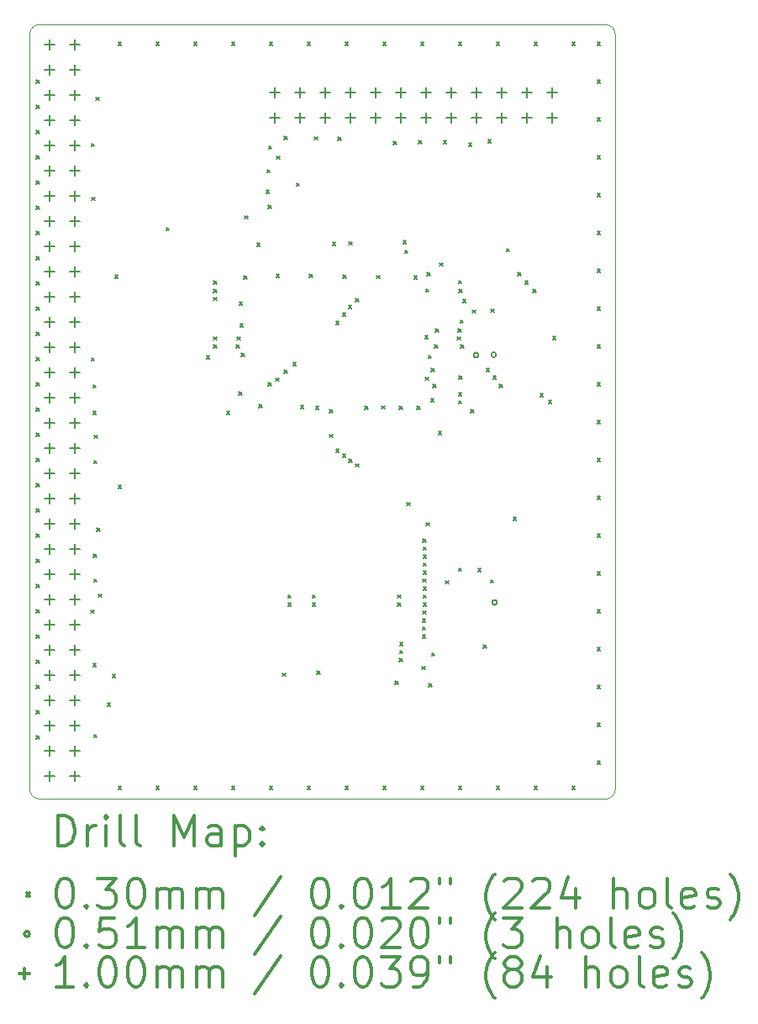
<source format=gbr>
%FSLAX45Y45*%
G04 Gerber Fmt 4.5, Leading zero omitted, Abs format (unit mm)*
G04 Created by KiCad (PCBNEW 5.1.5+dfsg1-2build2) date 2023-06-17 11:27:24*
%MOMM*%
%LPD*%
G04 APERTURE LIST*
%TA.AperFunction,Profile*%
%ADD10C,0.050000*%
%TD*%
%ADD11C,0.200000*%
%ADD12C,0.300000*%
G04 APERTURE END LIST*
D10*
X9100000Y-11800000D02*
G75*
G02X9000000Y-11700000I0J100000D01*
G01*
X14900000Y-11700000D02*
G75*
G02X14800000Y-11800000I-100000J0D01*
G01*
X14800000Y-4000000D02*
G75*
G02X14900000Y-4100000I0J-100000D01*
G01*
X9000000Y-4100000D02*
G75*
G02X9100000Y-4000000I100000J0D01*
G01*
X9000000Y-11700000D02*
X9000000Y-4100000D01*
X14800000Y-11800000D02*
X9100000Y-11800000D01*
X14900000Y-4100000D02*
X14900000Y-11700000D01*
X9100000Y-4000000D02*
X14800000Y-4000000D01*
D11*
X9065500Y-4557000D02*
X9095500Y-4587000D01*
X9095500Y-4557000D02*
X9065500Y-4587000D01*
X9065500Y-4811000D02*
X9095500Y-4841000D01*
X9095500Y-4811000D02*
X9065500Y-4841000D01*
X9065500Y-5065000D02*
X9095500Y-5095000D01*
X9095500Y-5065000D02*
X9065500Y-5095000D01*
X9065500Y-5319000D02*
X9095500Y-5349000D01*
X9095500Y-5319000D02*
X9065500Y-5349000D01*
X9065500Y-5573000D02*
X9095500Y-5603000D01*
X9095500Y-5573000D02*
X9065500Y-5603000D01*
X9065500Y-5827000D02*
X9095500Y-5857000D01*
X9095500Y-5827000D02*
X9065500Y-5857000D01*
X9065500Y-6081000D02*
X9095500Y-6111000D01*
X9095500Y-6081000D02*
X9065500Y-6111000D01*
X9065500Y-6335000D02*
X9095500Y-6365000D01*
X9095500Y-6335000D02*
X9065500Y-6365000D01*
X9065500Y-6589000D02*
X9095500Y-6619000D01*
X9095500Y-6589000D02*
X9065500Y-6619000D01*
X9065500Y-6843000D02*
X9095500Y-6873000D01*
X9095500Y-6843000D02*
X9065500Y-6873000D01*
X9065500Y-7097000D02*
X9095500Y-7127000D01*
X9095500Y-7097000D02*
X9065500Y-7127000D01*
X9065500Y-7351000D02*
X9095500Y-7381000D01*
X9095500Y-7351000D02*
X9065500Y-7381000D01*
X9065500Y-7605000D02*
X9095500Y-7635000D01*
X9095500Y-7605000D02*
X9065500Y-7635000D01*
X9065500Y-7859000D02*
X9095500Y-7889000D01*
X9095500Y-7859000D02*
X9065500Y-7889000D01*
X9065500Y-8113000D02*
X9095500Y-8143000D01*
X9095500Y-8113000D02*
X9065500Y-8143000D01*
X9065500Y-8367000D02*
X9095500Y-8397000D01*
X9095500Y-8367000D02*
X9065500Y-8397000D01*
X9065500Y-8621000D02*
X9095500Y-8651000D01*
X9095500Y-8621000D02*
X9065500Y-8651000D01*
X9065500Y-8875000D02*
X9095500Y-8905000D01*
X9095500Y-8875000D02*
X9065500Y-8905000D01*
X9065500Y-9129000D02*
X9095500Y-9159000D01*
X9095500Y-9129000D02*
X9065500Y-9159000D01*
X9065500Y-9383000D02*
X9095500Y-9413000D01*
X9095500Y-9383000D02*
X9065500Y-9413000D01*
X9065500Y-9637000D02*
X9095500Y-9667000D01*
X9095500Y-9637000D02*
X9065500Y-9667000D01*
X9065500Y-9891000D02*
X9095500Y-9921000D01*
X9095500Y-9891000D02*
X9065500Y-9921000D01*
X9065500Y-10145000D02*
X9095500Y-10175000D01*
X9095500Y-10145000D02*
X9065500Y-10175000D01*
X9065500Y-10399000D02*
X9095500Y-10429000D01*
X9095500Y-10399000D02*
X9065500Y-10429000D01*
X9065500Y-10653000D02*
X9095500Y-10683000D01*
X9095500Y-10653000D02*
X9065500Y-10683000D01*
X9065500Y-10907000D02*
X9095500Y-10937000D01*
X9095500Y-10907000D02*
X9065500Y-10937000D01*
X9065500Y-11161000D02*
X9095500Y-11191000D01*
X9095500Y-11161000D02*
X9065500Y-11191000D01*
X9615000Y-9897000D02*
X9645000Y-9927000D01*
X9645000Y-9897000D02*
X9615000Y-9927000D01*
X9622000Y-7357000D02*
X9652000Y-7387000D01*
X9652000Y-7357000D02*
X9622000Y-7387000D01*
X9623000Y-5197000D02*
X9653000Y-5227000D01*
X9653000Y-5197000D02*
X9623000Y-5227000D01*
X9624000Y-5739000D02*
X9654000Y-5769000D01*
X9654000Y-5739000D02*
X9624000Y-5769000D01*
X9637000Y-7629000D02*
X9667000Y-7659000D01*
X9667000Y-7629000D02*
X9637000Y-7659000D01*
X9638000Y-7896000D02*
X9668000Y-7926000D01*
X9668000Y-7896000D02*
X9638000Y-7926000D01*
X9638000Y-10433000D02*
X9668000Y-10463000D01*
X9668000Y-10433000D02*
X9638000Y-10463000D01*
X9641000Y-9335000D02*
X9671000Y-9365000D01*
X9671000Y-9335000D02*
X9641000Y-9365000D01*
X9645000Y-9583000D02*
X9675000Y-9613000D01*
X9675000Y-9583000D02*
X9645000Y-9613000D01*
X9647000Y-8390000D02*
X9677000Y-8420000D01*
X9677000Y-8390000D02*
X9647000Y-8420000D01*
X9647000Y-11152000D02*
X9677000Y-11182000D01*
X9677000Y-11152000D02*
X9647000Y-11182000D01*
X9651000Y-8136000D02*
X9681000Y-8166000D01*
X9681000Y-8136000D02*
X9651000Y-8166000D01*
X9670000Y-4731000D02*
X9700000Y-4761000D01*
X9700000Y-4731000D02*
X9670000Y-4761000D01*
X9677000Y-9073000D02*
X9707000Y-9103000D01*
X9707000Y-9073000D02*
X9677000Y-9103000D01*
X9691000Y-9736000D02*
X9721000Y-9766000D01*
X9721000Y-9736000D02*
X9691000Y-9766000D01*
X9781000Y-10833000D02*
X9811000Y-10863000D01*
X9811000Y-10833000D02*
X9781000Y-10863000D01*
X9834000Y-10547000D02*
X9864000Y-10577000D01*
X9864000Y-10547000D02*
X9834000Y-10577000D01*
X9857000Y-6522000D02*
X9887000Y-6552000D01*
X9887000Y-6522000D02*
X9857000Y-6552000D01*
X9891000Y-4176000D02*
X9921000Y-4206000D01*
X9921000Y-4176000D02*
X9891000Y-4206000D01*
X9891000Y-8638000D02*
X9921000Y-8668000D01*
X9921000Y-8638000D02*
X9891000Y-8668000D01*
X9891000Y-11669000D02*
X9921000Y-11699000D01*
X9921000Y-11669000D02*
X9891000Y-11699000D01*
X10272000Y-4176000D02*
X10302000Y-4206000D01*
X10302000Y-4176000D02*
X10272000Y-4206000D01*
X10272000Y-11669000D02*
X10302000Y-11699000D01*
X10302000Y-11669000D02*
X10272000Y-11699000D01*
X10375000Y-6046000D02*
X10405000Y-6076000D01*
X10405000Y-6046000D02*
X10375000Y-6076000D01*
X10653000Y-4176000D02*
X10683000Y-4206000D01*
X10683000Y-4176000D02*
X10653000Y-4206000D01*
X10653000Y-11669000D02*
X10683000Y-11699000D01*
X10683000Y-11669000D02*
X10653000Y-11699000D01*
X10782000Y-7335000D02*
X10812000Y-7365000D01*
X10812000Y-7335000D02*
X10782000Y-7365000D01*
X10851000Y-6667000D02*
X10881000Y-6697000D01*
X10881000Y-6667000D02*
X10851000Y-6697000D01*
X10852000Y-6748000D02*
X10882000Y-6778000D01*
X10882000Y-6748000D02*
X10852000Y-6778000D01*
X10852000Y-7145000D02*
X10882000Y-7175000D01*
X10882000Y-7145000D02*
X10852000Y-7175000D01*
X10852000Y-7225000D02*
X10882000Y-7255000D01*
X10882000Y-7225000D02*
X10852000Y-7255000D01*
X10853168Y-6580778D02*
X10883168Y-6610778D01*
X10883168Y-6580778D02*
X10853168Y-6610778D01*
X10985000Y-7894000D02*
X11015000Y-7924000D01*
X11015000Y-7894000D02*
X10985000Y-7924000D01*
X11034000Y-4176000D02*
X11064000Y-4206000D01*
X11064000Y-4176000D02*
X11034000Y-4206000D01*
X11034000Y-11669000D02*
X11064000Y-11699000D01*
X11064000Y-11669000D02*
X11034000Y-11699000D01*
X11083000Y-7226000D02*
X11113000Y-7256000D01*
X11113000Y-7226000D02*
X11083000Y-7256000D01*
X11089000Y-7144000D02*
X11119000Y-7174000D01*
X11119000Y-7144000D02*
X11089000Y-7174000D01*
X11105000Y-7701000D02*
X11135000Y-7731000D01*
X11135000Y-7701000D02*
X11105000Y-7731000D01*
X11113000Y-6793000D02*
X11143000Y-6823000D01*
X11143000Y-6793000D02*
X11113000Y-6823000D01*
X11118000Y-7015000D02*
X11148000Y-7045000D01*
X11148000Y-7015000D02*
X11118000Y-7045000D01*
X11131000Y-7310000D02*
X11161000Y-7340000D01*
X11161000Y-7310000D02*
X11131000Y-7340000D01*
X11159000Y-6531000D02*
X11189000Y-6561000D01*
X11189000Y-6531000D02*
X11159000Y-6561000D01*
X11167000Y-5926000D02*
X11197000Y-5956000D01*
X11197000Y-5926000D02*
X11167000Y-5956000D01*
X11288000Y-6203000D02*
X11318000Y-6233000D01*
X11318000Y-6203000D02*
X11288000Y-6233000D01*
X11311000Y-7825000D02*
X11341000Y-7855000D01*
X11341000Y-7825000D02*
X11311000Y-7855000D01*
X11382000Y-5670000D02*
X11412000Y-5700000D01*
X11412000Y-5670000D02*
X11382000Y-5700000D01*
X11390000Y-5460000D02*
X11420000Y-5490000D01*
X11420000Y-5460000D02*
X11390000Y-5490000D01*
X11404000Y-7605501D02*
X11434000Y-7635501D01*
X11434000Y-7605501D02*
X11404000Y-7635501D01*
X11405000Y-5822000D02*
X11435000Y-5852000D01*
X11435000Y-5822000D02*
X11405000Y-5852000D01*
X11406000Y-5225000D02*
X11436000Y-5255000D01*
X11436000Y-5225000D02*
X11406000Y-5255000D01*
X11415000Y-4176000D02*
X11445000Y-4206000D01*
X11445000Y-4176000D02*
X11415000Y-4206000D01*
X11415000Y-11669000D02*
X11445000Y-11699000D01*
X11445000Y-11669000D02*
X11415000Y-11699000D01*
X11479000Y-7558501D02*
X11509000Y-7588501D01*
X11509000Y-7558501D02*
X11479000Y-7588501D01*
X11484000Y-6514000D02*
X11514000Y-6544000D01*
X11514000Y-6514000D02*
X11484000Y-6544000D01*
X11487000Y-5325000D02*
X11517000Y-5355000D01*
X11517000Y-5325000D02*
X11487000Y-5355000D01*
X11548000Y-10531000D02*
X11578000Y-10561000D01*
X11578000Y-10531000D02*
X11548000Y-10561000D01*
X11564000Y-7481000D02*
X11594000Y-7511000D01*
X11594000Y-7481000D02*
X11564000Y-7511000D01*
X11565000Y-5126000D02*
X11595000Y-5156000D01*
X11595000Y-5126000D02*
X11565000Y-5156000D01*
X11603000Y-9743000D02*
X11633000Y-9773000D01*
X11633000Y-9743000D02*
X11603000Y-9773000D01*
X11604000Y-9824000D02*
X11634000Y-9854000D01*
X11634000Y-9824000D02*
X11604000Y-9854000D01*
X11654000Y-7405000D02*
X11684000Y-7435000D01*
X11684000Y-7405000D02*
X11654000Y-7435000D01*
X11687000Y-5596000D02*
X11717000Y-5626000D01*
X11717000Y-5596000D02*
X11687000Y-5626000D01*
X11730000Y-7836000D02*
X11760000Y-7866000D01*
X11760000Y-7836000D02*
X11730000Y-7866000D01*
X11796000Y-4176000D02*
X11826000Y-4206000D01*
X11826000Y-4176000D02*
X11796000Y-4206000D01*
X11796000Y-11669000D02*
X11826000Y-11699000D01*
X11826000Y-11669000D02*
X11796000Y-11699000D01*
X11818000Y-6517000D02*
X11848000Y-6547000D01*
X11848000Y-6517000D02*
X11818000Y-6547000D01*
X11847000Y-9744000D02*
X11877000Y-9774000D01*
X11877000Y-9744000D02*
X11847000Y-9774000D01*
X11849000Y-9824000D02*
X11879000Y-9854000D01*
X11879000Y-9824000D02*
X11849000Y-9854000D01*
X11868000Y-5130400D02*
X11898000Y-5160400D01*
X11898000Y-5130400D02*
X11868000Y-5160400D01*
X11881000Y-7842000D02*
X11911000Y-7872000D01*
X11911000Y-7842000D02*
X11881000Y-7872000D01*
X11896000Y-10513000D02*
X11926000Y-10543000D01*
X11926000Y-10513000D02*
X11896000Y-10543000D01*
X12022000Y-7877000D02*
X12052000Y-7907000D01*
X12052000Y-7877000D02*
X12022000Y-7907000D01*
X12022000Y-8127000D02*
X12052000Y-8157000D01*
X12052000Y-8127000D02*
X12022000Y-8157000D01*
X12050000Y-6195000D02*
X12080000Y-6225000D01*
X12080000Y-6195000D02*
X12050000Y-6225000D01*
X12085000Y-6989000D02*
X12115000Y-7019000D01*
X12115000Y-6989000D02*
X12085000Y-7019000D01*
X12086000Y-8276000D02*
X12116000Y-8306000D01*
X12116000Y-8276000D02*
X12086000Y-8306000D01*
X12106000Y-5134400D02*
X12136000Y-5164400D01*
X12136000Y-5134400D02*
X12106000Y-5164400D01*
X12151000Y-6906000D02*
X12181000Y-6936000D01*
X12181000Y-6906000D02*
X12151000Y-6936000D01*
X12151000Y-8328000D02*
X12181000Y-8358000D01*
X12181000Y-8328000D02*
X12151000Y-8358000D01*
X12157000Y-6523000D02*
X12187000Y-6553000D01*
X12187000Y-6523000D02*
X12157000Y-6553000D01*
X12177000Y-4176000D02*
X12207000Y-4206000D01*
X12207000Y-4176000D02*
X12177000Y-4206000D01*
X12177000Y-11669000D02*
X12207000Y-11699000D01*
X12207000Y-11669000D02*
X12177000Y-11699000D01*
X12213000Y-6828000D02*
X12243000Y-6858000D01*
X12243000Y-6828000D02*
X12213000Y-6858000D01*
X12214000Y-6188000D02*
X12244000Y-6218000D01*
X12244000Y-6188000D02*
X12214000Y-6218000D01*
X12215000Y-8377000D02*
X12245000Y-8407000D01*
X12245000Y-8377000D02*
X12215000Y-8407000D01*
X12282000Y-6761000D02*
X12312000Y-6791000D01*
X12312000Y-6761000D02*
X12282000Y-6791000D01*
X12284000Y-8425000D02*
X12314000Y-8455000D01*
X12314000Y-8425000D02*
X12284000Y-8455000D01*
X12375000Y-7843000D02*
X12405000Y-7873000D01*
X12405000Y-7843000D02*
X12375000Y-7873000D01*
X12497000Y-6526000D02*
X12527000Y-6556000D01*
X12527000Y-6526000D02*
X12497000Y-6556000D01*
X12545000Y-7841000D02*
X12575000Y-7871000D01*
X12575000Y-7841000D02*
X12545000Y-7871000D01*
X12558000Y-4176000D02*
X12588000Y-4206000D01*
X12588000Y-4176000D02*
X12558000Y-4206000D01*
X12558000Y-11669000D02*
X12588000Y-11699000D01*
X12588000Y-11669000D02*
X12558000Y-11699000D01*
X12665000Y-5175400D02*
X12695000Y-5205400D01*
X12695000Y-5175400D02*
X12665000Y-5205400D01*
X12680000Y-10611000D02*
X12710000Y-10641000D01*
X12710000Y-10611000D02*
X12680000Y-10641000D01*
X12707000Y-9743000D02*
X12737000Y-9773000D01*
X12737000Y-9743000D02*
X12707000Y-9773000D01*
X12708000Y-9825000D02*
X12738000Y-9855000D01*
X12738000Y-9825000D02*
X12708000Y-9855000D01*
X12724000Y-7844000D02*
X12754000Y-7874000D01*
X12754000Y-7844000D02*
X12724000Y-7874000D01*
X12725000Y-10383000D02*
X12755000Y-10413000D01*
X12755000Y-10383000D02*
X12725000Y-10413000D01*
X12727000Y-10303000D02*
X12757000Y-10333000D01*
X12757000Y-10303000D02*
X12727000Y-10333000D01*
X12728314Y-10222891D02*
X12758314Y-10252891D01*
X12758314Y-10222891D02*
X12728314Y-10252891D01*
X12764000Y-6174000D02*
X12794000Y-6204000D01*
X12794000Y-6174000D02*
X12764000Y-6204000D01*
X12780695Y-6272695D02*
X12810695Y-6302695D01*
X12810695Y-6272695D02*
X12780695Y-6302695D01*
X12799000Y-8812000D02*
X12829000Y-8842000D01*
X12829000Y-8812000D02*
X12799000Y-8842000D01*
X12872000Y-6534000D02*
X12902000Y-6564000D01*
X12902000Y-6534000D02*
X12872000Y-6564000D01*
X12900000Y-7846000D02*
X12930000Y-7876000D01*
X12930000Y-7846000D02*
X12900000Y-7876000D01*
X12918000Y-5170400D02*
X12948000Y-5200400D01*
X12948000Y-5170400D02*
X12918000Y-5200400D01*
X12939000Y-4176000D02*
X12969000Y-4206000D01*
X12969000Y-4176000D02*
X12939000Y-4206000D01*
X12939000Y-11669000D02*
X12969000Y-11699000D01*
X12969000Y-11669000D02*
X12939000Y-11699000D01*
X12954000Y-10465000D02*
X12984000Y-10495000D01*
X12984000Y-10465000D02*
X12954000Y-10495000D01*
X12957000Y-10145000D02*
X12987000Y-10175000D01*
X12987000Y-10145000D02*
X12957000Y-10175000D01*
X12958000Y-9985000D02*
X12988000Y-10015000D01*
X12988000Y-9985000D02*
X12958000Y-10015000D01*
X12958000Y-10065000D02*
X12988000Y-10095000D01*
X12988000Y-10065000D02*
X12958000Y-10095000D01*
X12960000Y-9905000D02*
X12990000Y-9935000D01*
X12990000Y-9905000D02*
X12960000Y-9935000D01*
X12962975Y-9584031D02*
X12992975Y-9614031D01*
X12992975Y-9584031D02*
X12962975Y-9614031D01*
X12962988Y-9184051D02*
X12992988Y-9214051D01*
X12992988Y-9184051D02*
X12962988Y-9214051D01*
X12963852Y-9743999D02*
X12993852Y-9773999D01*
X12993852Y-9743999D02*
X12963852Y-9773999D01*
X12963988Y-9264046D02*
X12993988Y-9294046D01*
X12993988Y-9264046D02*
X12963988Y-9294046D01*
X12964000Y-9424036D02*
X12994000Y-9454036D01*
X12994000Y-9424036D02*
X12964000Y-9454036D01*
X12964000Y-9824000D02*
X12994000Y-9854000D01*
X12994000Y-9824000D02*
X12964000Y-9854000D01*
X12964012Y-9504037D02*
X12994012Y-9534037D01*
X12994012Y-9504037D02*
X12964012Y-9534037D01*
X12965012Y-9344041D02*
X12995012Y-9374041D01*
X12995012Y-9344041D02*
X12965012Y-9374041D01*
X12965014Y-9664006D02*
X12995014Y-9694006D01*
X12995014Y-9664006D02*
X12965014Y-9694006D01*
X12981000Y-7132000D02*
X13011000Y-7162000D01*
X13011000Y-7132000D02*
X12981000Y-7162000D01*
X12986000Y-7551000D02*
X13016000Y-7581000D01*
X13016000Y-7551000D02*
X12986000Y-7581000D01*
X12991000Y-6663000D02*
X13021000Y-6693000D01*
X13021000Y-6663000D02*
X12991000Y-6693000D01*
X12995000Y-9018000D02*
X13025000Y-9048000D01*
X13025000Y-9018000D02*
X12995000Y-9048000D01*
X13005000Y-6497000D02*
X13035000Y-6527000D01*
X13035000Y-6497000D02*
X13005000Y-6527000D01*
X13015000Y-7330000D02*
X13045000Y-7360000D01*
X13045000Y-7330000D02*
X13015000Y-7360000D01*
X13021000Y-10639000D02*
X13051000Y-10669000D01*
X13051000Y-10639000D02*
X13021000Y-10669000D01*
X13041000Y-7770000D02*
X13071000Y-7800000D01*
X13071000Y-7770000D02*
X13041000Y-7800000D01*
X13046000Y-7463000D02*
X13076000Y-7493000D01*
X13076000Y-7463000D02*
X13046000Y-7493000D01*
X13050000Y-10328000D02*
X13080000Y-10358000D01*
X13080000Y-10328000D02*
X13050000Y-10358000D01*
X13062000Y-7625000D02*
X13092000Y-7655000D01*
X13092000Y-7625000D02*
X13062000Y-7655000D01*
X13079000Y-7225000D02*
X13109000Y-7255000D01*
X13109000Y-7225000D02*
X13079000Y-7255000D01*
X13088000Y-7067000D02*
X13118000Y-7097000D01*
X13118000Y-7067000D02*
X13088000Y-7097000D01*
X13117000Y-8099000D02*
X13147000Y-8129000D01*
X13147000Y-8099000D02*
X13117000Y-8129000D01*
X13130000Y-6400000D02*
X13160000Y-6430000D01*
X13160000Y-6400000D02*
X13130000Y-6430000D01*
X13168000Y-5169400D02*
X13198000Y-5199400D01*
X13198000Y-5169400D02*
X13168000Y-5199400D01*
X13190000Y-9599000D02*
X13220000Y-9629000D01*
X13220000Y-9599000D02*
X13190000Y-9629000D01*
X13307000Y-7146000D02*
X13337000Y-7176000D01*
X13337000Y-7146000D02*
X13307000Y-7176000D01*
X13316000Y-7065000D02*
X13346000Y-7095000D01*
X13346000Y-7065000D02*
X13316000Y-7095000D01*
X13320000Y-4176000D02*
X13350000Y-4206000D01*
X13350000Y-4176000D02*
X13320000Y-4206000D01*
X13320000Y-6580000D02*
X13350000Y-6610000D01*
X13350000Y-6580000D02*
X13320000Y-6610000D01*
X13320000Y-7707000D02*
X13350000Y-7737000D01*
X13350000Y-7707000D02*
X13320000Y-7737000D01*
X13320000Y-11669000D02*
X13350000Y-11699000D01*
X13350000Y-11669000D02*
X13320000Y-11699000D01*
X13321000Y-7788000D02*
X13351000Y-7818000D01*
X13351000Y-7788000D02*
X13321000Y-7818000D01*
X13321000Y-9475000D02*
X13351000Y-9505000D01*
X13351000Y-9475000D02*
X13321000Y-9505000D01*
X13325000Y-6666000D02*
X13355000Y-6696000D01*
X13355000Y-6666000D02*
X13325000Y-6696000D01*
X13325000Y-7540000D02*
X13355000Y-7570000D01*
X13355000Y-7540000D02*
X13325000Y-7570000D01*
X13337000Y-6976000D02*
X13367000Y-7006000D01*
X13367000Y-6976000D02*
X13337000Y-7006000D01*
X13342000Y-7225000D02*
X13372000Y-7255000D01*
X13372000Y-7225000D02*
X13342000Y-7255000D01*
X13365000Y-6768000D02*
X13395000Y-6798000D01*
X13395000Y-6768000D02*
X13365000Y-6798000D01*
X13421000Y-5193400D02*
X13451000Y-5223400D01*
X13451000Y-5193400D02*
X13421000Y-5223400D01*
X13443000Y-7879000D02*
X13473000Y-7909000D01*
X13473000Y-7879000D02*
X13443000Y-7909000D01*
X13462000Y-6873000D02*
X13492000Y-6903000D01*
X13492000Y-6873000D02*
X13462000Y-6903000D01*
X13516000Y-9477000D02*
X13546000Y-9507000D01*
X13546000Y-9477000D02*
X13516000Y-9507000D01*
X13573000Y-10249000D02*
X13603000Y-10279000D01*
X13603000Y-10249000D02*
X13573000Y-10279000D01*
X13600000Y-7463000D02*
X13630000Y-7493000D01*
X13630000Y-7463000D02*
X13600000Y-7493000D01*
X13618000Y-5159400D02*
X13648000Y-5189400D01*
X13648000Y-5159400D02*
X13618000Y-5189400D01*
X13644000Y-9591000D02*
X13674000Y-9621000D01*
X13674000Y-9591000D02*
X13644000Y-9621000D01*
X13647000Y-6867000D02*
X13677000Y-6897000D01*
X13677000Y-6867000D02*
X13647000Y-6897000D01*
X13667000Y-7539000D02*
X13697000Y-7569000D01*
X13697000Y-7539000D02*
X13667000Y-7569000D01*
X13701000Y-4176000D02*
X13731000Y-4206000D01*
X13731000Y-4176000D02*
X13701000Y-4206000D01*
X13701000Y-11669000D02*
X13731000Y-11699000D01*
X13731000Y-11669000D02*
X13701000Y-11699000D01*
X13730000Y-7624000D02*
X13760000Y-7654000D01*
X13760000Y-7624000D02*
X13730000Y-7654000D01*
X13804000Y-6257000D02*
X13834000Y-6287000D01*
X13834000Y-6257000D02*
X13804000Y-6287000D01*
X13872000Y-8963000D02*
X13902000Y-8993000D01*
X13902000Y-8963000D02*
X13872000Y-8993000D01*
X13916000Y-6498000D02*
X13946000Y-6528000D01*
X13946000Y-6498000D02*
X13916000Y-6528000D01*
X13990000Y-6583000D02*
X14020000Y-6613000D01*
X14020000Y-6583000D02*
X13990000Y-6613000D01*
X14070000Y-6667000D02*
X14100000Y-6697000D01*
X14100000Y-6667000D02*
X14070000Y-6697000D01*
X14082000Y-4176000D02*
X14112000Y-4206000D01*
X14112000Y-4176000D02*
X14082000Y-4206000D01*
X14082000Y-11669000D02*
X14112000Y-11699000D01*
X14112000Y-11669000D02*
X14082000Y-11699000D01*
X14142000Y-7715000D02*
X14172000Y-7745000D01*
X14172000Y-7715000D02*
X14142000Y-7745000D01*
X14227000Y-7786000D02*
X14257000Y-7816000D01*
X14257000Y-7786000D02*
X14227000Y-7816000D01*
X14268000Y-7143000D02*
X14298000Y-7173000D01*
X14298000Y-7143000D02*
X14268000Y-7173000D01*
X14463000Y-4176000D02*
X14493000Y-4206000D01*
X14493000Y-4176000D02*
X14463000Y-4206000D01*
X14463000Y-11669000D02*
X14493000Y-11699000D01*
X14493000Y-11669000D02*
X14463000Y-11699000D01*
X14717000Y-4176000D02*
X14747000Y-4206000D01*
X14747000Y-4176000D02*
X14717000Y-4206000D01*
X14717000Y-4557000D02*
X14747000Y-4587000D01*
X14747000Y-4557000D02*
X14717000Y-4587000D01*
X14717000Y-4938000D02*
X14747000Y-4968000D01*
X14747000Y-4938000D02*
X14717000Y-4968000D01*
X14717000Y-5319000D02*
X14747000Y-5349000D01*
X14747000Y-5319000D02*
X14717000Y-5349000D01*
X14717000Y-5700000D02*
X14747000Y-5730000D01*
X14747000Y-5700000D02*
X14717000Y-5730000D01*
X14717000Y-6081000D02*
X14747000Y-6111000D01*
X14747000Y-6081000D02*
X14717000Y-6111000D01*
X14717000Y-6462000D02*
X14747000Y-6492000D01*
X14747000Y-6462000D02*
X14717000Y-6492000D01*
X14717000Y-6843000D02*
X14747000Y-6873000D01*
X14747000Y-6843000D02*
X14717000Y-6873000D01*
X14717000Y-7224000D02*
X14747000Y-7254000D01*
X14747000Y-7224000D02*
X14717000Y-7254000D01*
X14717000Y-7605000D02*
X14747000Y-7635000D01*
X14747000Y-7605000D02*
X14717000Y-7635000D01*
X14717000Y-7986000D02*
X14747000Y-8016000D01*
X14747000Y-7986000D02*
X14717000Y-8016000D01*
X14717000Y-8367000D02*
X14747000Y-8397000D01*
X14747000Y-8367000D02*
X14717000Y-8397000D01*
X14717000Y-8748000D02*
X14747000Y-8778000D01*
X14747000Y-8748000D02*
X14717000Y-8778000D01*
X14717000Y-9129000D02*
X14747000Y-9159000D01*
X14747000Y-9129000D02*
X14717000Y-9159000D01*
X14717000Y-9510000D02*
X14747000Y-9540000D01*
X14747000Y-9510000D02*
X14717000Y-9540000D01*
X14717000Y-9891000D02*
X14747000Y-9921000D01*
X14747000Y-9891000D02*
X14717000Y-9921000D01*
X14717000Y-10272000D02*
X14747000Y-10302000D01*
X14747000Y-10272000D02*
X14717000Y-10302000D01*
X14717000Y-10653000D02*
X14747000Y-10683000D01*
X14747000Y-10653000D02*
X14717000Y-10683000D01*
X14717000Y-11034000D02*
X14747000Y-11064000D01*
X14747000Y-11034000D02*
X14717000Y-11064000D01*
X14717000Y-11415000D02*
X14747000Y-11445000D01*
X14747000Y-11415000D02*
X14717000Y-11445000D01*
X13522400Y-7329000D02*
G75*
G03X13522400Y-7329000I-25400J0D01*
G01*
X13700400Y-7325000D02*
G75*
G03X13700400Y-7325000I-25400J0D01*
G01*
X13708400Y-9821000D02*
G75*
G03X13708400Y-9821000I-25400J0D01*
G01*
X9200000Y-4150000D02*
X9200000Y-4250000D01*
X9150000Y-4200000D02*
X9250000Y-4200000D01*
X9200000Y-4404000D02*
X9200000Y-4504000D01*
X9150000Y-4454000D02*
X9250000Y-4454000D01*
X9200000Y-4658000D02*
X9200000Y-4758000D01*
X9150000Y-4708000D02*
X9250000Y-4708000D01*
X9200000Y-4912000D02*
X9200000Y-5012000D01*
X9150000Y-4962000D02*
X9250000Y-4962000D01*
X9200000Y-5166000D02*
X9200000Y-5266000D01*
X9150000Y-5216000D02*
X9250000Y-5216000D01*
X9200000Y-5420000D02*
X9200000Y-5520000D01*
X9150000Y-5470000D02*
X9250000Y-5470000D01*
X9200000Y-5674000D02*
X9200000Y-5774000D01*
X9150000Y-5724000D02*
X9250000Y-5724000D01*
X9200000Y-5928000D02*
X9200000Y-6028000D01*
X9150000Y-5978000D02*
X9250000Y-5978000D01*
X9200000Y-6182000D02*
X9200000Y-6282000D01*
X9150000Y-6232000D02*
X9250000Y-6232000D01*
X9200000Y-6436000D02*
X9200000Y-6536000D01*
X9150000Y-6486000D02*
X9250000Y-6486000D01*
X9200000Y-6690000D02*
X9200000Y-6790000D01*
X9150000Y-6740000D02*
X9250000Y-6740000D01*
X9200000Y-6944000D02*
X9200000Y-7044000D01*
X9150000Y-6994000D02*
X9250000Y-6994000D01*
X9200000Y-7198000D02*
X9200000Y-7298000D01*
X9150000Y-7248000D02*
X9250000Y-7248000D01*
X9200000Y-7452000D02*
X9200000Y-7552000D01*
X9150000Y-7502000D02*
X9250000Y-7502000D01*
X9200000Y-7706000D02*
X9200000Y-7806000D01*
X9150000Y-7756000D02*
X9250000Y-7756000D01*
X9200000Y-7960000D02*
X9200000Y-8060000D01*
X9150000Y-8010000D02*
X9250000Y-8010000D01*
X9200000Y-8214000D02*
X9200000Y-8314000D01*
X9150000Y-8264000D02*
X9250000Y-8264000D01*
X9200000Y-8468000D02*
X9200000Y-8568000D01*
X9150000Y-8518000D02*
X9250000Y-8518000D01*
X9200000Y-8722000D02*
X9200000Y-8822000D01*
X9150000Y-8772000D02*
X9250000Y-8772000D01*
X9200000Y-8976000D02*
X9200000Y-9076000D01*
X9150000Y-9026000D02*
X9250000Y-9026000D01*
X9200000Y-9230000D02*
X9200000Y-9330000D01*
X9150000Y-9280000D02*
X9250000Y-9280000D01*
X9200000Y-9484000D02*
X9200000Y-9584000D01*
X9150000Y-9534000D02*
X9250000Y-9534000D01*
X9200000Y-9738000D02*
X9200000Y-9838000D01*
X9150000Y-9788000D02*
X9250000Y-9788000D01*
X9200000Y-9992000D02*
X9200000Y-10092000D01*
X9150000Y-10042000D02*
X9250000Y-10042000D01*
X9200000Y-10246000D02*
X9200000Y-10346000D01*
X9150000Y-10296000D02*
X9250000Y-10296000D01*
X9200000Y-10500000D02*
X9200000Y-10600000D01*
X9150000Y-10550000D02*
X9250000Y-10550000D01*
X9200000Y-10754000D02*
X9200000Y-10854000D01*
X9150000Y-10804000D02*
X9250000Y-10804000D01*
X9200000Y-11008000D02*
X9200000Y-11108000D01*
X9150000Y-11058000D02*
X9250000Y-11058000D01*
X9200000Y-11262000D02*
X9200000Y-11362000D01*
X9150000Y-11312000D02*
X9250000Y-11312000D01*
X9200000Y-11516000D02*
X9200000Y-11616000D01*
X9150000Y-11566000D02*
X9250000Y-11566000D01*
X9454000Y-4150000D02*
X9454000Y-4250000D01*
X9404000Y-4200000D02*
X9504000Y-4200000D01*
X9454000Y-4404000D02*
X9454000Y-4504000D01*
X9404000Y-4454000D02*
X9504000Y-4454000D01*
X9454000Y-4658000D02*
X9454000Y-4758000D01*
X9404000Y-4708000D02*
X9504000Y-4708000D01*
X9454000Y-4912000D02*
X9454000Y-5012000D01*
X9404000Y-4962000D02*
X9504000Y-4962000D01*
X9454000Y-5166000D02*
X9454000Y-5266000D01*
X9404000Y-5216000D02*
X9504000Y-5216000D01*
X9454000Y-5420000D02*
X9454000Y-5520000D01*
X9404000Y-5470000D02*
X9504000Y-5470000D01*
X9454000Y-5674000D02*
X9454000Y-5774000D01*
X9404000Y-5724000D02*
X9504000Y-5724000D01*
X9454000Y-5928000D02*
X9454000Y-6028000D01*
X9404000Y-5978000D02*
X9504000Y-5978000D01*
X9454000Y-6182000D02*
X9454000Y-6282000D01*
X9404000Y-6232000D02*
X9504000Y-6232000D01*
X9454000Y-6436000D02*
X9454000Y-6536000D01*
X9404000Y-6486000D02*
X9504000Y-6486000D01*
X9454000Y-6690000D02*
X9454000Y-6790000D01*
X9404000Y-6740000D02*
X9504000Y-6740000D01*
X9454000Y-6944000D02*
X9454000Y-7044000D01*
X9404000Y-6994000D02*
X9504000Y-6994000D01*
X9454000Y-7198000D02*
X9454000Y-7298000D01*
X9404000Y-7248000D02*
X9504000Y-7248000D01*
X9454000Y-7452000D02*
X9454000Y-7552000D01*
X9404000Y-7502000D02*
X9504000Y-7502000D01*
X9454000Y-7706000D02*
X9454000Y-7806000D01*
X9404000Y-7756000D02*
X9504000Y-7756000D01*
X9454000Y-7960000D02*
X9454000Y-8060000D01*
X9404000Y-8010000D02*
X9504000Y-8010000D01*
X9454000Y-8214000D02*
X9454000Y-8314000D01*
X9404000Y-8264000D02*
X9504000Y-8264000D01*
X9454000Y-8468000D02*
X9454000Y-8568000D01*
X9404000Y-8518000D02*
X9504000Y-8518000D01*
X9454000Y-8722000D02*
X9454000Y-8822000D01*
X9404000Y-8772000D02*
X9504000Y-8772000D01*
X9454000Y-8976000D02*
X9454000Y-9076000D01*
X9404000Y-9026000D02*
X9504000Y-9026000D01*
X9454000Y-9230000D02*
X9454000Y-9330000D01*
X9404000Y-9280000D02*
X9504000Y-9280000D01*
X9454000Y-9484000D02*
X9454000Y-9584000D01*
X9404000Y-9534000D02*
X9504000Y-9534000D01*
X9454000Y-9738000D02*
X9454000Y-9838000D01*
X9404000Y-9788000D02*
X9504000Y-9788000D01*
X9454000Y-9992000D02*
X9454000Y-10092000D01*
X9404000Y-10042000D02*
X9504000Y-10042000D01*
X9454000Y-10246000D02*
X9454000Y-10346000D01*
X9404000Y-10296000D02*
X9504000Y-10296000D01*
X9454000Y-10500000D02*
X9454000Y-10600000D01*
X9404000Y-10550000D02*
X9504000Y-10550000D01*
X9454000Y-10754000D02*
X9454000Y-10854000D01*
X9404000Y-10804000D02*
X9504000Y-10804000D01*
X9454000Y-11008000D02*
X9454000Y-11108000D01*
X9404000Y-11058000D02*
X9504000Y-11058000D01*
X9454000Y-11262000D02*
X9454000Y-11362000D01*
X9404000Y-11312000D02*
X9504000Y-11312000D01*
X9454000Y-11516000D02*
X9454000Y-11616000D01*
X9404000Y-11566000D02*
X9504000Y-11566000D01*
X11470000Y-4633400D02*
X11470000Y-4733400D01*
X11420000Y-4683400D02*
X11520000Y-4683400D01*
X11470000Y-4887400D02*
X11470000Y-4987400D01*
X11420000Y-4937400D02*
X11520000Y-4937400D01*
X11724000Y-4633400D02*
X11724000Y-4733400D01*
X11674000Y-4683400D02*
X11774000Y-4683400D01*
X11724000Y-4887400D02*
X11724000Y-4987400D01*
X11674000Y-4937400D02*
X11774000Y-4937400D01*
X11978000Y-4633400D02*
X11978000Y-4733400D01*
X11928000Y-4683400D02*
X12028000Y-4683400D01*
X11978000Y-4887400D02*
X11978000Y-4987400D01*
X11928000Y-4937400D02*
X12028000Y-4937400D01*
X12232000Y-4633400D02*
X12232000Y-4733400D01*
X12182000Y-4683400D02*
X12282000Y-4683400D01*
X12232000Y-4887400D02*
X12232000Y-4987400D01*
X12182000Y-4937400D02*
X12282000Y-4937400D01*
X12486000Y-4633400D02*
X12486000Y-4733400D01*
X12436000Y-4683400D02*
X12536000Y-4683400D01*
X12486000Y-4887400D02*
X12486000Y-4987400D01*
X12436000Y-4937400D02*
X12536000Y-4937400D01*
X12740000Y-4633400D02*
X12740000Y-4733400D01*
X12690000Y-4683400D02*
X12790000Y-4683400D01*
X12740000Y-4887400D02*
X12740000Y-4987400D01*
X12690000Y-4937400D02*
X12790000Y-4937400D01*
X12994000Y-4633400D02*
X12994000Y-4733400D01*
X12944000Y-4683400D02*
X13044000Y-4683400D01*
X12994000Y-4887400D02*
X12994000Y-4987400D01*
X12944000Y-4937400D02*
X13044000Y-4937400D01*
X13248000Y-4633400D02*
X13248000Y-4733400D01*
X13198000Y-4683400D02*
X13298000Y-4683400D01*
X13248000Y-4887400D02*
X13248000Y-4987400D01*
X13198000Y-4937400D02*
X13298000Y-4937400D01*
X13502000Y-4633400D02*
X13502000Y-4733400D01*
X13452000Y-4683400D02*
X13552000Y-4683400D01*
X13502000Y-4887400D02*
X13502000Y-4987400D01*
X13452000Y-4937400D02*
X13552000Y-4937400D01*
X13756000Y-4633400D02*
X13756000Y-4733400D01*
X13706000Y-4683400D02*
X13806000Y-4683400D01*
X13756000Y-4887400D02*
X13756000Y-4987400D01*
X13706000Y-4937400D02*
X13806000Y-4937400D01*
X14010000Y-4633400D02*
X14010000Y-4733400D01*
X13960000Y-4683400D02*
X14060000Y-4683400D01*
X14010000Y-4887400D02*
X14010000Y-4987400D01*
X13960000Y-4937400D02*
X14060000Y-4937400D01*
X14264000Y-4633400D02*
X14264000Y-4733400D01*
X14214000Y-4683400D02*
X14314000Y-4683400D01*
X14264000Y-4887400D02*
X14264000Y-4987400D01*
X14214000Y-4937400D02*
X14314000Y-4937400D01*
D12*
X9283928Y-12268214D02*
X9283928Y-11968214D01*
X9355357Y-11968214D01*
X9398214Y-11982500D01*
X9426786Y-12011071D01*
X9441071Y-12039643D01*
X9455357Y-12096786D01*
X9455357Y-12139643D01*
X9441071Y-12196786D01*
X9426786Y-12225357D01*
X9398214Y-12253929D01*
X9355357Y-12268214D01*
X9283928Y-12268214D01*
X9583928Y-12268214D02*
X9583928Y-12068214D01*
X9583928Y-12125357D02*
X9598214Y-12096786D01*
X9612500Y-12082500D01*
X9641071Y-12068214D01*
X9669643Y-12068214D01*
X9769643Y-12268214D02*
X9769643Y-12068214D01*
X9769643Y-11968214D02*
X9755357Y-11982500D01*
X9769643Y-11996786D01*
X9783928Y-11982500D01*
X9769643Y-11968214D01*
X9769643Y-11996786D01*
X9955357Y-12268214D02*
X9926786Y-12253929D01*
X9912500Y-12225357D01*
X9912500Y-11968214D01*
X10112500Y-12268214D02*
X10083928Y-12253929D01*
X10069643Y-12225357D01*
X10069643Y-11968214D01*
X10455357Y-12268214D02*
X10455357Y-11968214D01*
X10555357Y-12182500D01*
X10655357Y-11968214D01*
X10655357Y-12268214D01*
X10926786Y-12268214D02*
X10926786Y-12111071D01*
X10912500Y-12082500D01*
X10883928Y-12068214D01*
X10826786Y-12068214D01*
X10798214Y-12082500D01*
X10926786Y-12253929D02*
X10898214Y-12268214D01*
X10826786Y-12268214D01*
X10798214Y-12253929D01*
X10783928Y-12225357D01*
X10783928Y-12196786D01*
X10798214Y-12168214D01*
X10826786Y-12153929D01*
X10898214Y-12153929D01*
X10926786Y-12139643D01*
X11069643Y-12068214D02*
X11069643Y-12368214D01*
X11069643Y-12082500D02*
X11098214Y-12068214D01*
X11155357Y-12068214D01*
X11183928Y-12082500D01*
X11198214Y-12096786D01*
X11212500Y-12125357D01*
X11212500Y-12211071D01*
X11198214Y-12239643D01*
X11183928Y-12253929D01*
X11155357Y-12268214D01*
X11098214Y-12268214D01*
X11069643Y-12253929D01*
X11341071Y-12239643D02*
X11355357Y-12253929D01*
X11341071Y-12268214D01*
X11326786Y-12253929D01*
X11341071Y-12239643D01*
X11341071Y-12268214D01*
X11341071Y-12082500D02*
X11355357Y-12096786D01*
X11341071Y-12111071D01*
X11326786Y-12096786D01*
X11341071Y-12082500D01*
X11341071Y-12111071D01*
X8967500Y-12747500D02*
X8997500Y-12777500D01*
X8997500Y-12747500D02*
X8967500Y-12777500D01*
X9341071Y-12598214D02*
X9369643Y-12598214D01*
X9398214Y-12612500D01*
X9412500Y-12626786D01*
X9426786Y-12655357D01*
X9441071Y-12712500D01*
X9441071Y-12783929D01*
X9426786Y-12841071D01*
X9412500Y-12869643D01*
X9398214Y-12883929D01*
X9369643Y-12898214D01*
X9341071Y-12898214D01*
X9312500Y-12883929D01*
X9298214Y-12869643D01*
X9283928Y-12841071D01*
X9269643Y-12783929D01*
X9269643Y-12712500D01*
X9283928Y-12655357D01*
X9298214Y-12626786D01*
X9312500Y-12612500D01*
X9341071Y-12598214D01*
X9569643Y-12869643D02*
X9583928Y-12883929D01*
X9569643Y-12898214D01*
X9555357Y-12883929D01*
X9569643Y-12869643D01*
X9569643Y-12898214D01*
X9683928Y-12598214D02*
X9869643Y-12598214D01*
X9769643Y-12712500D01*
X9812500Y-12712500D01*
X9841071Y-12726786D01*
X9855357Y-12741071D01*
X9869643Y-12769643D01*
X9869643Y-12841071D01*
X9855357Y-12869643D01*
X9841071Y-12883929D01*
X9812500Y-12898214D01*
X9726786Y-12898214D01*
X9698214Y-12883929D01*
X9683928Y-12869643D01*
X10055357Y-12598214D02*
X10083928Y-12598214D01*
X10112500Y-12612500D01*
X10126786Y-12626786D01*
X10141071Y-12655357D01*
X10155357Y-12712500D01*
X10155357Y-12783929D01*
X10141071Y-12841071D01*
X10126786Y-12869643D01*
X10112500Y-12883929D01*
X10083928Y-12898214D01*
X10055357Y-12898214D01*
X10026786Y-12883929D01*
X10012500Y-12869643D01*
X9998214Y-12841071D01*
X9983928Y-12783929D01*
X9983928Y-12712500D01*
X9998214Y-12655357D01*
X10012500Y-12626786D01*
X10026786Y-12612500D01*
X10055357Y-12598214D01*
X10283928Y-12898214D02*
X10283928Y-12698214D01*
X10283928Y-12726786D02*
X10298214Y-12712500D01*
X10326786Y-12698214D01*
X10369643Y-12698214D01*
X10398214Y-12712500D01*
X10412500Y-12741071D01*
X10412500Y-12898214D01*
X10412500Y-12741071D02*
X10426786Y-12712500D01*
X10455357Y-12698214D01*
X10498214Y-12698214D01*
X10526786Y-12712500D01*
X10541071Y-12741071D01*
X10541071Y-12898214D01*
X10683928Y-12898214D02*
X10683928Y-12698214D01*
X10683928Y-12726786D02*
X10698214Y-12712500D01*
X10726786Y-12698214D01*
X10769643Y-12698214D01*
X10798214Y-12712500D01*
X10812500Y-12741071D01*
X10812500Y-12898214D01*
X10812500Y-12741071D02*
X10826786Y-12712500D01*
X10855357Y-12698214D01*
X10898214Y-12698214D01*
X10926786Y-12712500D01*
X10941071Y-12741071D01*
X10941071Y-12898214D01*
X11526786Y-12583929D02*
X11269643Y-12969643D01*
X11912500Y-12598214D02*
X11941071Y-12598214D01*
X11969643Y-12612500D01*
X11983928Y-12626786D01*
X11998214Y-12655357D01*
X12012500Y-12712500D01*
X12012500Y-12783929D01*
X11998214Y-12841071D01*
X11983928Y-12869643D01*
X11969643Y-12883929D01*
X11941071Y-12898214D01*
X11912500Y-12898214D01*
X11883928Y-12883929D01*
X11869643Y-12869643D01*
X11855357Y-12841071D01*
X11841071Y-12783929D01*
X11841071Y-12712500D01*
X11855357Y-12655357D01*
X11869643Y-12626786D01*
X11883928Y-12612500D01*
X11912500Y-12598214D01*
X12141071Y-12869643D02*
X12155357Y-12883929D01*
X12141071Y-12898214D01*
X12126786Y-12883929D01*
X12141071Y-12869643D01*
X12141071Y-12898214D01*
X12341071Y-12598214D02*
X12369643Y-12598214D01*
X12398214Y-12612500D01*
X12412500Y-12626786D01*
X12426786Y-12655357D01*
X12441071Y-12712500D01*
X12441071Y-12783929D01*
X12426786Y-12841071D01*
X12412500Y-12869643D01*
X12398214Y-12883929D01*
X12369643Y-12898214D01*
X12341071Y-12898214D01*
X12312500Y-12883929D01*
X12298214Y-12869643D01*
X12283928Y-12841071D01*
X12269643Y-12783929D01*
X12269643Y-12712500D01*
X12283928Y-12655357D01*
X12298214Y-12626786D01*
X12312500Y-12612500D01*
X12341071Y-12598214D01*
X12726786Y-12898214D02*
X12555357Y-12898214D01*
X12641071Y-12898214D02*
X12641071Y-12598214D01*
X12612500Y-12641071D01*
X12583928Y-12669643D01*
X12555357Y-12683929D01*
X12841071Y-12626786D02*
X12855357Y-12612500D01*
X12883928Y-12598214D01*
X12955357Y-12598214D01*
X12983928Y-12612500D01*
X12998214Y-12626786D01*
X13012500Y-12655357D01*
X13012500Y-12683929D01*
X12998214Y-12726786D01*
X12826786Y-12898214D01*
X13012500Y-12898214D01*
X13126786Y-12598214D02*
X13126786Y-12655357D01*
X13241071Y-12598214D02*
X13241071Y-12655357D01*
X13683928Y-13012500D02*
X13669643Y-12998214D01*
X13641071Y-12955357D01*
X13626786Y-12926786D01*
X13612500Y-12883929D01*
X13598214Y-12812500D01*
X13598214Y-12755357D01*
X13612500Y-12683929D01*
X13626786Y-12641071D01*
X13641071Y-12612500D01*
X13669643Y-12569643D01*
X13683928Y-12555357D01*
X13783928Y-12626786D02*
X13798214Y-12612500D01*
X13826786Y-12598214D01*
X13898214Y-12598214D01*
X13926786Y-12612500D01*
X13941071Y-12626786D01*
X13955357Y-12655357D01*
X13955357Y-12683929D01*
X13941071Y-12726786D01*
X13769643Y-12898214D01*
X13955357Y-12898214D01*
X14069643Y-12626786D02*
X14083928Y-12612500D01*
X14112500Y-12598214D01*
X14183928Y-12598214D01*
X14212500Y-12612500D01*
X14226786Y-12626786D01*
X14241071Y-12655357D01*
X14241071Y-12683929D01*
X14226786Y-12726786D01*
X14055357Y-12898214D01*
X14241071Y-12898214D01*
X14498214Y-12698214D02*
X14498214Y-12898214D01*
X14426786Y-12583929D02*
X14355357Y-12798214D01*
X14541071Y-12798214D01*
X14883928Y-12898214D02*
X14883928Y-12598214D01*
X15012500Y-12898214D02*
X15012500Y-12741071D01*
X14998214Y-12712500D01*
X14969643Y-12698214D01*
X14926786Y-12698214D01*
X14898214Y-12712500D01*
X14883928Y-12726786D01*
X15198214Y-12898214D02*
X15169643Y-12883929D01*
X15155357Y-12869643D01*
X15141071Y-12841071D01*
X15141071Y-12755357D01*
X15155357Y-12726786D01*
X15169643Y-12712500D01*
X15198214Y-12698214D01*
X15241071Y-12698214D01*
X15269643Y-12712500D01*
X15283928Y-12726786D01*
X15298214Y-12755357D01*
X15298214Y-12841071D01*
X15283928Y-12869643D01*
X15269643Y-12883929D01*
X15241071Y-12898214D01*
X15198214Y-12898214D01*
X15469643Y-12898214D02*
X15441071Y-12883929D01*
X15426786Y-12855357D01*
X15426786Y-12598214D01*
X15698214Y-12883929D02*
X15669643Y-12898214D01*
X15612500Y-12898214D01*
X15583928Y-12883929D01*
X15569643Y-12855357D01*
X15569643Y-12741071D01*
X15583928Y-12712500D01*
X15612500Y-12698214D01*
X15669643Y-12698214D01*
X15698214Y-12712500D01*
X15712500Y-12741071D01*
X15712500Y-12769643D01*
X15569643Y-12798214D01*
X15826786Y-12883929D02*
X15855357Y-12898214D01*
X15912500Y-12898214D01*
X15941071Y-12883929D01*
X15955357Y-12855357D01*
X15955357Y-12841071D01*
X15941071Y-12812500D01*
X15912500Y-12798214D01*
X15869643Y-12798214D01*
X15841071Y-12783929D01*
X15826786Y-12755357D01*
X15826786Y-12741071D01*
X15841071Y-12712500D01*
X15869643Y-12698214D01*
X15912500Y-12698214D01*
X15941071Y-12712500D01*
X16055357Y-13012500D02*
X16069643Y-12998214D01*
X16098214Y-12955357D01*
X16112500Y-12926786D01*
X16126786Y-12883929D01*
X16141071Y-12812500D01*
X16141071Y-12755357D01*
X16126786Y-12683929D01*
X16112500Y-12641071D01*
X16098214Y-12612500D01*
X16069643Y-12569643D01*
X16055357Y-12555357D01*
X8997500Y-13158500D02*
G75*
G03X8997500Y-13158500I-25400J0D01*
G01*
X9341071Y-12994214D02*
X9369643Y-12994214D01*
X9398214Y-13008500D01*
X9412500Y-13022786D01*
X9426786Y-13051357D01*
X9441071Y-13108500D01*
X9441071Y-13179929D01*
X9426786Y-13237071D01*
X9412500Y-13265643D01*
X9398214Y-13279929D01*
X9369643Y-13294214D01*
X9341071Y-13294214D01*
X9312500Y-13279929D01*
X9298214Y-13265643D01*
X9283928Y-13237071D01*
X9269643Y-13179929D01*
X9269643Y-13108500D01*
X9283928Y-13051357D01*
X9298214Y-13022786D01*
X9312500Y-13008500D01*
X9341071Y-12994214D01*
X9569643Y-13265643D02*
X9583928Y-13279929D01*
X9569643Y-13294214D01*
X9555357Y-13279929D01*
X9569643Y-13265643D01*
X9569643Y-13294214D01*
X9855357Y-12994214D02*
X9712500Y-12994214D01*
X9698214Y-13137071D01*
X9712500Y-13122786D01*
X9741071Y-13108500D01*
X9812500Y-13108500D01*
X9841071Y-13122786D01*
X9855357Y-13137071D01*
X9869643Y-13165643D01*
X9869643Y-13237071D01*
X9855357Y-13265643D01*
X9841071Y-13279929D01*
X9812500Y-13294214D01*
X9741071Y-13294214D01*
X9712500Y-13279929D01*
X9698214Y-13265643D01*
X10155357Y-13294214D02*
X9983928Y-13294214D01*
X10069643Y-13294214D02*
X10069643Y-12994214D01*
X10041071Y-13037071D01*
X10012500Y-13065643D01*
X9983928Y-13079929D01*
X10283928Y-13294214D02*
X10283928Y-13094214D01*
X10283928Y-13122786D02*
X10298214Y-13108500D01*
X10326786Y-13094214D01*
X10369643Y-13094214D01*
X10398214Y-13108500D01*
X10412500Y-13137071D01*
X10412500Y-13294214D01*
X10412500Y-13137071D02*
X10426786Y-13108500D01*
X10455357Y-13094214D01*
X10498214Y-13094214D01*
X10526786Y-13108500D01*
X10541071Y-13137071D01*
X10541071Y-13294214D01*
X10683928Y-13294214D02*
X10683928Y-13094214D01*
X10683928Y-13122786D02*
X10698214Y-13108500D01*
X10726786Y-13094214D01*
X10769643Y-13094214D01*
X10798214Y-13108500D01*
X10812500Y-13137071D01*
X10812500Y-13294214D01*
X10812500Y-13137071D02*
X10826786Y-13108500D01*
X10855357Y-13094214D01*
X10898214Y-13094214D01*
X10926786Y-13108500D01*
X10941071Y-13137071D01*
X10941071Y-13294214D01*
X11526786Y-12979929D02*
X11269643Y-13365643D01*
X11912500Y-12994214D02*
X11941071Y-12994214D01*
X11969643Y-13008500D01*
X11983928Y-13022786D01*
X11998214Y-13051357D01*
X12012500Y-13108500D01*
X12012500Y-13179929D01*
X11998214Y-13237071D01*
X11983928Y-13265643D01*
X11969643Y-13279929D01*
X11941071Y-13294214D01*
X11912500Y-13294214D01*
X11883928Y-13279929D01*
X11869643Y-13265643D01*
X11855357Y-13237071D01*
X11841071Y-13179929D01*
X11841071Y-13108500D01*
X11855357Y-13051357D01*
X11869643Y-13022786D01*
X11883928Y-13008500D01*
X11912500Y-12994214D01*
X12141071Y-13265643D02*
X12155357Y-13279929D01*
X12141071Y-13294214D01*
X12126786Y-13279929D01*
X12141071Y-13265643D01*
X12141071Y-13294214D01*
X12341071Y-12994214D02*
X12369643Y-12994214D01*
X12398214Y-13008500D01*
X12412500Y-13022786D01*
X12426786Y-13051357D01*
X12441071Y-13108500D01*
X12441071Y-13179929D01*
X12426786Y-13237071D01*
X12412500Y-13265643D01*
X12398214Y-13279929D01*
X12369643Y-13294214D01*
X12341071Y-13294214D01*
X12312500Y-13279929D01*
X12298214Y-13265643D01*
X12283928Y-13237071D01*
X12269643Y-13179929D01*
X12269643Y-13108500D01*
X12283928Y-13051357D01*
X12298214Y-13022786D01*
X12312500Y-13008500D01*
X12341071Y-12994214D01*
X12555357Y-13022786D02*
X12569643Y-13008500D01*
X12598214Y-12994214D01*
X12669643Y-12994214D01*
X12698214Y-13008500D01*
X12712500Y-13022786D01*
X12726786Y-13051357D01*
X12726786Y-13079929D01*
X12712500Y-13122786D01*
X12541071Y-13294214D01*
X12726786Y-13294214D01*
X12912500Y-12994214D02*
X12941071Y-12994214D01*
X12969643Y-13008500D01*
X12983928Y-13022786D01*
X12998214Y-13051357D01*
X13012500Y-13108500D01*
X13012500Y-13179929D01*
X12998214Y-13237071D01*
X12983928Y-13265643D01*
X12969643Y-13279929D01*
X12941071Y-13294214D01*
X12912500Y-13294214D01*
X12883928Y-13279929D01*
X12869643Y-13265643D01*
X12855357Y-13237071D01*
X12841071Y-13179929D01*
X12841071Y-13108500D01*
X12855357Y-13051357D01*
X12869643Y-13022786D01*
X12883928Y-13008500D01*
X12912500Y-12994214D01*
X13126786Y-12994214D02*
X13126786Y-13051357D01*
X13241071Y-12994214D02*
X13241071Y-13051357D01*
X13683928Y-13408500D02*
X13669643Y-13394214D01*
X13641071Y-13351357D01*
X13626786Y-13322786D01*
X13612500Y-13279929D01*
X13598214Y-13208500D01*
X13598214Y-13151357D01*
X13612500Y-13079929D01*
X13626786Y-13037071D01*
X13641071Y-13008500D01*
X13669643Y-12965643D01*
X13683928Y-12951357D01*
X13769643Y-12994214D02*
X13955357Y-12994214D01*
X13855357Y-13108500D01*
X13898214Y-13108500D01*
X13926786Y-13122786D01*
X13941071Y-13137071D01*
X13955357Y-13165643D01*
X13955357Y-13237071D01*
X13941071Y-13265643D01*
X13926786Y-13279929D01*
X13898214Y-13294214D01*
X13812500Y-13294214D01*
X13783928Y-13279929D01*
X13769643Y-13265643D01*
X14312500Y-13294214D02*
X14312500Y-12994214D01*
X14441071Y-13294214D02*
X14441071Y-13137071D01*
X14426786Y-13108500D01*
X14398214Y-13094214D01*
X14355357Y-13094214D01*
X14326786Y-13108500D01*
X14312500Y-13122786D01*
X14626786Y-13294214D02*
X14598214Y-13279929D01*
X14583928Y-13265643D01*
X14569643Y-13237071D01*
X14569643Y-13151357D01*
X14583928Y-13122786D01*
X14598214Y-13108500D01*
X14626786Y-13094214D01*
X14669643Y-13094214D01*
X14698214Y-13108500D01*
X14712500Y-13122786D01*
X14726786Y-13151357D01*
X14726786Y-13237071D01*
X14712500Y-13265643D01*
X14698214Y-13279929D01*
X14669643Y-13294214D01*
X14626786Y-13294214D01*
X14898214Y-13294214D02*
X14869643Y-13279929D01*
X14855357Y-13251357D01*
X14855357Y-12994214D01*
X15126786Y-13279929D02*
X15098214Y-13294214D01*
X15041071Y-13294214D01*
X15012500Y-13279929D01*
X14998214Y-13251357D01*
X14998214Y-13137071D01*
X15012500Y-13108500D01*
X15041071Y-13094214D01*
X15098214Y-13094214D01*
X15126786Y-13108500D01*
X15141071Y-13137071D01*
X15141071Y-13165643D01*
X14998214Y-13194214D01*
X15255357Y-13279929D02*
X15283928Y-13294214D01*
X15341071Y-13294214D01*
X15369643Y-13279929D01*
X15383928Y-13251357D01*
X15383928Y-13237071D01*
X15369643Y-13208500D01*
X15341071Y-13194214D01*
X15298214Y-13194214D01*
X15269643Y-13179929D01*
X15255357Y-13151357D01*
X15255357Y-13137071D01*
X15269643Y-13108500D01*
X15298214Y-13094214D01*
X15341071Y-13094214D01*
X15369643Y-13108500D01*
X15483928Y-13408500D02*
X15498214Y-13394214D01*
X15526786Y-13351357D01*
X15541071Y-13322786D01*
X15555357Y-13279929D01*
X15569643Y-13208500D01*
X15569643Y-13151357D01*
X15555357Y-13079929D01*
X15541071Y-13037071D01*
X15526786Y-13008500D01*
X15498214Y-12965643D01*
X15483928Y-12951357D01*
X8947500Y-13504500D02*
X8947500Y-13604500D01*
X8897500Y-13554500D02*
X8997500Y-13554500D01*
X9441071Y-13690214D02*
X9269643Y-13690214D01*
X9355357Y-13690214D02*
X9355357Y-13390214D01*
X9326786Y-13433071D01*
X9298214Y-13461643D01*
X9269643Y-13475929D01*
X9569643Y-13661643D02*
X9583928Y-13675929D01*
X9569643Y-13690214D01*
X9555357Y-13675929D01*
X9569643Y-13661643D01*
X9569643Y-13690214D01*
X9769643Y-13390214D02*
X9798214Y-13390214D01*
X9826786Y-13404500D01*
X9841071Y-13418786D01*
X9855357Y-13447357D01*
X9869643Y-13504500D01*
X9869643Y-13575929D01*
X9855357Y-13633071D01*
X9841071Y-13661643D01*
X9826786Y-13675929D01*
X9798214Y-13690214D01*
X9769643Y-13690214D01*
X9741071Y-13675929D01*
X9726786Y-13661643D01*
X9712500Y-13633071D01*
X9698214Y-13575929D01*
X9698214Y-13504500D01*
X9712500Y-13447357D01*
X9726786Y-13418786D01*
X9741071Y-13404500D01*
X9769643Y-13390214D01*
X10055357Y-13390214D02*
X10083928Y-13390214D01*
X10112500Y-13404500D01*
X10126786Y-13418786D01*
X10141071Y-13447357D01*
X10155357Y-13504500D01*
X10155357Y-13575929D01*
X10141071Y-13633071D01*
X10126786Y-13661643D01*
X10112500Y-13675929D01*
X10083928Y-13690214D01*
X10055357Y-13690214D01*
X10026786Y-13675929D01*
X10012500Y-13661643D01*
X9998214Y-13633071D01*
X9983928Y-13575929D01*
X9983928Y-13504500D01*
X9998214Y-13447357D01*
X10012500Y-13418786D01*
X10026786Y-13404500D01*
X10055357Y-13390214D01*
X10283928Y-13690214D02*
X10283928Y-13490214D01*
X10283928Y-13518786D02*
X10298214Y-13504500D01*
X10326786Y-13490214D01*
X10369643Y-13490214D01*
X10398214Y-13504500D01*
X10412500Y-13533071D01*
X10412500Y-13690214D01*
X10412500Y-13533071D02*
X10426786Y-13504500D01*
X10455357Y-13490214D01*
X10498214Y-13490214D01*
X10526786Y-13504500D01*
X10541071Y-13533071D01*
X10541071Y-13690214D01*
X10683928Y-13690214D02*
X10683928Y-13490214D01*
X10683928Y-13518786D02*
X10698214Y-13504500D01*
X10726786Y-13490214D01*
X10769643Y-13490214D01*
X10798214Y-13504500D01*
X10812500Y-13533071D01*
X10812500Y-13690214D01*
X10812500Y-13533071D02*
X10826786Y-13504500D01*
X10855357Y-13490214D01*
X10898214Y-13490214D01*
X10926786Y-13504500D01*
X10941071Y-13533071D01*
X10941071Y-13690214D01*
X11526786Y-13375929D02*
X11269643Y-13761643D01*
X11912500Y-13390214D02*
X11941071Y-13390214D01*
X11969643Y-13404500D01*
X11983928Y-13418786D01*
X11998214Y-13447357D01*
X12012500Y-13504500D01*
X12012500Y-13575929D01*
X11998214Y-13633071D01*
X11983928Y-13661643D01*
X11969643Y-13675929D01*
X11941071Y-13690214D01*
X11912500Y-13690214D01*
X11883928Y-13675929D01*
X11869643Y-13661643D01*
X11855357Y-13633071D01*
X11841071Y-13575929D01*
X11841071Y-13504500D01*
X11855357Y-13447357D01*
X11869643Y-13418786D01*
X11883928Y-13404500D01*
X11912500Y-13390214D01*
X12141071Y-13661643D02*
X12155357Y-13675929D01*
X12141071Y-13690214D01*
X12126786Y-13675929D01*
X12141071Y-13661643D01*
X12141071Y-13690214D01*
X12341071Y-13390214D02*
X12369643Y-13390214D01*
X12398214Y-13404500D01*
X12412500Y-13418786D01*
X12426786Y-13447357D01*
X12441071Y-13504500D01*
X12441071Y-13575929D01*
X12426786Y-13633071D01*
X12412500Y-13661643D01*
X12398214Y-13675929D01*
X12369643Y-13690214D01*
X12341071Y-13690214D01*
X12312500Y-13675929D01*
X12298214Y-13661643D01*
X12283928Y-13633071D01*
X12269643Y-13575929D01*
X12269643Y-13504500D01*
X12283928Y-13447357D01*
X12298214Y-13418786D01*
X12312500Y-13404500D01*
X12341071Y-13390214D01*
X12541071Y-13390214D02*
X12726786Y-13390214D01*
X12626786Y-13504500D01*
X12669643Y-13504500D01*
X12698214Y-13518786D01*
X12712500Y-13533071D01*
X12726786Y-13561643D01*
X12726786Y-13633071D01*
X12712500Y-13661643D01*
X12698214Y-13675929D01*
X12669643Y-13690214D01*
X12583928Y-13690214D01*
X12555357Y-13675929D01*
X12541071Y-13661643D01*
X12869643Y-13690214D02*
X12926786Y-13690214D01*
X12955357Y-13675929D01*
X12969643Y-13661643D01*
X12998214Y-13618786D01*
X13012500Y-13561643D01*
X13012500Y-13447357D01*
X12998214Y-13418786D01*
X12983928Y-13404500D01*
X12955357Y-13390214D01*
X12898214Y-13390214D01*
X12869643Y-13404500D01*
X12855357Y-13418786D01*
X12841071Y-13447357D01*
X12841071Y-13518786D01*
X12855357Y-13547357D01*
X12869643Y-13561643D01*
X12898214Y-13575929D01*
X12955357Y-13575929D01*
X12983928Y-13561643D01*
X12998214Y-13547357D01*
X13012500Y-13518786D01*
X13126786Y-13390214D02*
X13126786Y-13447357D01*
X13241071Y-13390214D02*
X13241071Y-13447357D01*
X13683928Y-13804500D02*
X13669643Y-13790214D01*
X13641071Y-13747357D01*
X13626786Y-13718786D01*
X13612500Y-13675929D01*
X13598214Y-13604500D01*
X13598214Y-13547357D01*
X13612500Y-13475929D01*
X13626786Y-13433071D01*
X13641071Y-13404500D01*
X13669643Y-13361643D01*
X13683928Y-13347357D01*
X13841071Y-13518786D02*
X13812500Y-13504500D01*
X13798214Y-13490214D01*
X13783928Y-13461643D01*
X13783928Y-13447357D01*
X13798214Y-13418786D01*
X13812500Y-13404500D01*
X13841071Y-13390214D01*
X13898214Y-13390214D01*
X13926786Y-13404500D01*
X13941071Y-13418786D01*
X13955357Y-13447357D01*
X13955357Y-13461643D01*
X13941071Y-13490214D01*
X13926786Y-13504500D01*
X13898214Y-13518786D01*
X13841071Y-13518786D01*
X13812500Y-13533071D01*
X13798214Y-13547357D01*
X13783928Y-13575929D01*
X13783928Y-13633071D01*
X13798214Y-13661643D01*
X13812500Y-13675929D01*
X13841071Y-13690214D01*
X13898214Y-13690214D01*
X13926786Y-13675929D01*
X13941071Y-13661643D01*
X13955357Y-13633071D01*
X13955357Y-13575929D01*
X13941071Y-13547357D01*
X13926786Y-13533071D01*
X13898214Y-13518786D01*
X14212500Y-13490214D02*
X14212500Y-13690214D01*
X14141071Y-13375929D02*
X14069643Y-13590214D01*
X14255357Y-13590214D01*
X14598214Y-13690214D02*
X14598214Y-13390214D01*
X14726786Y-13690214D02*
X14726786Y-13533071D01*
X14712500Y-13504500D01*
X14683928Y-13490214D01*
X14641071Y-13490214D01*
X14612500Y-13504500D01*
X14598214Y-13518786D01*
X14912500Y-13690214D02*
X14883928Y-13675929D01*
X14869643Y-13661643D01*
X14855357Y-13633071D01*
X14855357Y-13547357D01*
X14869643Y-13518786D01*
X14883928Y-13504500D01*
X14912500Y-13490214D01*
X14955357Y-13490214D01*
X14983928Y-13504500D01*
X14998214Y-13518786D01*
X15012500Y-13547357D01*
X15012500Y-13633071D01*
X14998214Y-13661643D01*
X14983928Y-13675929D01*
X14955357Y-13690214D01*
X14912500Y-13690214D01*
X15183928Y-13690214D02*
X15155357Y-13675929D01*
X15141071Y-13647357D01*
X15141071Y-13390214D01*
X15412500Y-13675929D02*
X15383928Y-13690214D01*
X15326786Y-13690214D01*
X15298214Y-13675929D01*
X15283928Y-13647357D01*
X15283928Y-13533071D01*
X15298214Y-13504500D01*
X15326786Y-13490214D01*
X15383928Y-13490214D01*
X15412500Y-13504500D01*
X15426786Y-13533071D01*
X15426786Y-13561643D01*
X15283928Y-13590214D01*
X15541071Y-13675929D02*
X15569643Y-13690214D01*
X15626786Y-13690214D01*
X15655357Y-13675929D01*
X15669643Y-13647357D01*
X15669643Y-13633071D01*
X15655357Y-13604500D01*
X15626786Y-13590214D01*
X15583928Y-13590214D01*
X15555357Y-13575929D01*
X15541071Y-13547357D01*
X15541071Y-13533071D01*
X15555357Y-13504500D01*
X15583928Y-13490214D01*
X15626786Y-13490214D01*
X15655357Y-13504500D01*
X15769643Y-13804500D02*
X15783928Y-13790214D01*
X15812500Y-13747357D01*
X15826786Y-13718786D01*
X15841071Y-13675929D01*
X15855357Y-13604500D01*
X15855357Y-13547357D01*
X15841071Y-13475929D01*
X15826786Y-13433071D01*
X15812500Y-13404500D01*
X15783928Y-13361643D01*
X15769643Y-13347357D01*
M02*

</source>
